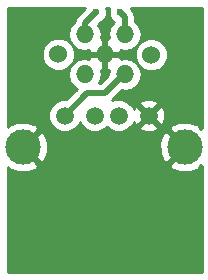
<source format=gbr>
G04 #@! TF.FileFunction,Copper,L2,Bot,Signal*
%FSLAX46Y46*%
G04 Gerber Fmt 4.6, Leading zero omitted, Abs format (unit mm)*
G04 Created by KiCad (PCBNEW 0.201508300901+6132~28~ubuntu15.04.1-product) date Thu 03 Sep 2015 23:07:28 CEST*
%MOMM*%
G01*
G04 APERTURE LIST*
%ADD10C,0.100000*%
%ADD11O,1.524000X1.524000*%
%ADD12C,1.524000*%
%ADD13C,1.501140*%
%ADD14C,2.999740*%
%ADD15C,0.600000*%
%ADD16C,0.500000*%
%ADD17C,0.254000*%
G04 APERTURE END LIST*
D10*
D11*
X150197000Y-98127000D03*
X153587000Y-98127000D03*
X150197000Y-101517000D03*
X151892000Y-99822000D03*
X153587000Y-101517000D03*
D12*
X147957000Y-99822000D03*
X155827000Y-99852000D03*
D13*
X155613960Y-105001480D03*
X153073960Y-105001480D03*
X151041960Y-105001480D03*
X148501960Y-105001480D03*
D14*
X158661960Y-107668480D03*
X144945960Y-107668480D03*
D15*
X151130000Y-96266000D03*
X153162000Y-96266000D03*
D16*
X150197000Y-97199000D02*
X150197000Y-98127000D01*
X151130000Y-96266000D02*
X150197000Y-97199000D01*
X153587000Y-96691000D02*
X153587000Y-98127000D01*
X153162000Y-96266000D02*
X153587000Y-96691000D01*
X153587000Y-101517000D02*
X153499000Y-101517000D01*
X153499000Y-101517000D02*
X151892000Y-103124000D01*
X151892000Y-103124000D02*
X150379440Y-103124000D01*
X150379440Y-103124000D02*
X148501960Y-105001480D01*
D17*
G36*
X149571210Y-96573210D02*
X149379367Y-96860325D01*
X149379367Y-96860326D01*
X149345681Y-97029672D01*
X149181803Y-97139172D01*
X148878971Y-97592391D01*
X148772631Y-98127000D01*
X148878971Y-98661609D01*
X149094366Y-98983970D01*
X148749370Y-98638371D01*
X148236100Y-98425243D01*
X147680339Y-98424758D01*
X147166697Y-98636990D01*
X146773371Y-99029630D01*
X146560243Y-99542900D01*
X146559758Y-100098661D01*
X146771990Y-100612303D01*
X147164630Y-101005629D01*
X147677900Y-101218757D01*
X148233661Y-101219242D01*
X148747303Y-101007010D01*
X149093319Y-100661598D01*
X148878971Y-100982391D01*
X148772631Y-101517000D01*
X148878971Y-102051609D01*
X149181803Y-102504828D01*
X149520633Y-102731228D01*
X148635834Y-103616026D01*
X148227562Y-103615670D01*
X147718123Y-103826166D01*
X147328016Y-104215593D01*
X147116631Y-104724664D01*
X147116150Y-105275878D01*
X147326646Y-105785317D01*
X147716073Y-106175424D01*
X148225144Y-106386809D01*
X148776358Y-106387290D01*
X149285797Y-106176794D01*
X149675904Y-105787367D01*
X149771935Y-105556099D01*
X149866646Y-105785317D01*
X150256073Y-106175424D01*
X150765144Y-106386809D01*
X151316358Y-106387290D01*
X151825797Y-106176794D01*
X152058023Y-105944973D01*
X152288073Y-106175424D01*
X152797144Y-106386809D01*
X153348358Y-106387290D01*
X153857797Y-106176794D01*
X154061536Y-105973410D01*
X154821635Y-105973410D01*
X154889695Y-106214411D01*
X155408994Y-106399247D01*
X155959498Y-106371285D01*
X156338225Y-106214411D01*
X156406285Y-105973410D01*
X155613960Y-105181085D01*
X154821635Y-105973410D01*
X154061536Y-105973410D01*
X154247904Y-105787367D01*
X154337339Y-105571984D01*
X154401029Y-105725745D01*
X154642030Y-105793805D01*
X155434355Y-105001480D01*
X155793565Y-105001480D01*
X156585890Y-105793805D01*
X156826891Y-105725745D01*
X157011727Y-105206446D01*
X156983765Y-104655942D01*
X156826891Y-104277215D01*
X156585890Y-104209155D01*
X155793565Y-105001480D01*
X155434355Y-105001480D01*
X154642030Y-104209155D01*
X154401029Y-104277215D01*
X154342191Y-104442520D01*
X154249274Y-104217643D01*
X154061509Y-104029550D01*
X154821635Y-104029550D01*
X155613960Y-104821875D01*
X156406285Y-104029550D01*
X156338225Y-103788549D01*
X155818926Y-103603713D01*
X155268422Y-103631675D01*
X154889695Y-103788549D01*
X154821635Y-104029550D01*
X154061509Y-104029550D01*
X153859847Y-103827536D01*
X153350776Y-103616151D01*
X152799562Y-103615670D01*
X152547943Y-103719637D01*
X153387766Y-102879814D01*
X153559631Y-102914000D01*
X153614369Y-102914000D01*
X154148978Y-102807660D01*
X154602197Y-102504828D01*
X154905029Y-102051609D01*
X155011369Y-101517000D01*
X154905029Y-100982391D01*
X154750258Y-100750760D01*
X155034630Y-101035629D01*
X155547900Y-101248757D01*
X156103661Y-101249242D01*
X156617303Y-101037010D01*
X157010629Y-100644370D01*
X157223757Y-100131100D01*
X157224242Y-99575339D01*
X157012010Y-99061697D01*
X156619370Y-98668371D01*
X156106100Y-98455243D01*
X155550339Y-98454758D01*
X155036697Y-98666990D01*
X154643371Y-99059630D01*
X154430243Y-99572900D01*
X154429758Y-100128661D01*
X154592594Y-100522756D01*
X154148978Y-100226340D01*
X153614369Y-100120000D01*
X153559631Y-100120000D01*
X153238424Y-100183892D01*
X153246220Y-100165070D01*
X153123720Y-99949000D01*
X152019000Y-99949000D01*
X152019000Y-101054476D01*
X152230883Y-101173871D01*
X152162631Y-101517000D01*
X152176698Y-101587722D01*
X151525420Y-102239000D01*
X151389818Y-102239000D01*
X151515029Y-102051609D01*
X151621369Y-101517000D01*
X151553117Y-101173871D01*
X151765000Y-101054476D01*
X151765000Y-99949000D01*
X150660280Y-99949000D01*
X150537780Y-100165070D01*
X150545576Y-100183892D01*
X150224369Y-100120000D01*
X150169631Y-100120000D01*
X149635022Y-100226340D01*
X149181803Y-100529172D01*
X149166490Y-100552089D01*
X149353757Y-100101100D01*
X149354242Y-99545339D01*
X149167537Y-99093478D01*
X149181803Y-99114828D01*
X149635022Y-99417660D01*
X150169631Y-99524000D01*
X150224369Y-99524000D01*
X150545576Y-99460108D01*
X150537780Y-99478930D01*
X150660280Y-99695000D01*
X151765000Y-99695000D01*
X151765000Y-98589524D01*
X151553117Y-98470129D01*
X151621369Y-98127000D01*
X151515029Y-97592391D01*
X151330842Y-97316737D01*
X151538835Y-97108745D01*
X151658943Y-97059117D01*
X151922192Y-96796327D01*
X152064838Y-96452799D01*
X152065162Y-96080833D01*
X152004905Y-95935000D01*
X152287040Y-95935000D01*
X152227162Y-96079201D01*
X152226838Y-96451167D01*
X152368883Y-96794943D01*
X152631673Y-97058192D01*
X152669494Y-97073897D01*
X152571803Y-97139172D01*
X152268971Y-97592391D01*
X152162631Y-98127000D01*
X152230883Y-98470129D01*
X152019000Y-98589524D01*
X152019000Y-99695000D01*
X153123720Y-99695000D01*
X153246220Y-99478930D01*
X153238424Y-99460108D01*
X153559631Y-99524000D01*
X153614369Y-99524000D01*
X154148978Y-99417660D01*
X154602197Y-99114828D01*
X154905029Y-98661609D01*
X155011369Y-98127000D01*
X154905029Y-97592391D01*
X154602197Y-97139172D01*
X154472000Y-97052177D01*
X154472000Y-96691005D01*
X154472001Y-96691000D01*
X154404633Y-96352326D01*
X154404633Y-96352325D01*
X154212790Y-96065210D01*
X154212787Y-96065208D01*
X154082579Y-95935000D01*
X160097000Y-95935000D01*
X160097000Y-106053832D01*
X159996231Y-106154601D01*
X159836465Y-105835848D01*
X159045743Y-105525885D01*
X158196594Y-105542113D01*
X157487455Y-105835848D01*
X157327688Y-106154603D01*
X158661960Y-107488875D01*
X158676103Y-107474733D01*
X158855708Y-107654338D01*
X158841565Y-107668480D01*
X158855708Y-107682623D01*
X158676103Y-107862228D01*
X158661960Y-107848085D01*
X157327688Y-109182357D01*
X157487455Y-109501112D01*
X158278177Y-109811075D01*
X159127326Y-109794847D01*
X159836465Y-109501112D01*
X159996231Y-109182359D01*
X160097000Y-109283128D01*
X160097000Y-118237000D01*
X143687000Y-118237000D01*
X143687000Y-109332614D01*
X143771455Y-109501112D01*
X144562177Y-109811075D01*
X145411326Y-109794847D01*
X146120465Y-109501112D01*
X146280232Y-109182357D01*
X144945960Y-107848085D01*
X144931818Y-107862228D01*
X144752213Y-107682623D01*
X144766355Y-107668480D01*
X145125565Y-107668480D01*
X146459837Y-109002752D01*
X146778592Y-108842985D01*
X147088555Y-108052263D01*
X147073887Y-107284697D01*
X156519365Y-107284697D01*
X156535593Y-108133846D01*
X156829328Y-108842985D01*
X157148083Y-109002752D01*
X158482355Y-107668480D01*
X157148083Y-106334208D01*
X156829328Y-106493975D01*
X156519365Y-107284697D01*
X147073887Y-107284697D01*
X147072327Y-107203114D01*
X146778592Y-106493975D01*
X146459837Y-106334208D01*
X145125565Y-107668480D01*
X144766355Y-107668480D01*
X144752213Y-107654338D01*
X144931818Y-107474733D01*
X144945960Y-107488875D01*
X146280232Y-106154603D01*
X146120465Y-105835848D01*
X145329743Y-105525885D01*
X144480594Y-105542113D01*
X143771455Y-105835848D01*
X143687000Y-106004346D01*
X143687000Y-95935000D01*
X150209421Y-95935000D01*
X149571210Y-96573210D01*
X149571210Y-96573210D01*
G37*
X149571210Y-96573210D02*
X149379367Y-96860325D01*
X149379367Y-96860326D01*
X149345681Y-97029672D01*
X149181803Y-97139172D01*
X148878971Y-97592391D01*
X148772631Y-98127000D01*
X148878971Y-98661609D01*
X149094366Y-98983970D01*
X148749370Y-98638371D01*
X148236100Y-98425243D01*
X147680339Y-98424758D01*
X147166697Y-98636990D01*
X146773371Y-99029630D01*
X146560243Y-99542900D01*
X146559758Y-100098661D01*
X146771990Y-100612303D01*
X147164630Y-101005629D01*
X147677900Y-101218757D01*
X148233661Y-101219242D01*
X148747303Y-101007010D01*
X149093319Y-100661598D01*
X148878971Y-100982391D01*
X148772631Y-101517000D01*
X148878971Y-102051609D01*
X149181803Y-102504828D01*
X149520633Y-102731228D01*
X148635834Y-103616026D01*
X148227562Y-103615670D01*
X147718123Y-103826166D01*
X147328016Y-104215593D01*
X147116631Y-104724664D01*
X147116150Y-105275878D01*
X147326646Y-105785317D01*
X147716073Y-106175424D01*
X148225144Y-106386809D01*
X148776358Y-106387290D01*
X149285797Y-106176794D01*
X149675904Y-105787367D01*
X149771935Y-105556099D01*
X149866646Y-105785317D01*
X150256073Y-106175424D01*
X150765144Y-106386809D01*
X151316358Y-106387290D01*
X151825797Y-106176794D01*
X152058023Y-105944973D01*
X152288073Y-106175424D01*
X152797144Y-106386809D01*
X153348358Y-106387290D01*
X153857797Y-106176794D01*
X154061536Y-105973410D01*
X154821635Y-105973410D01*
X154889695Y-106214411D01*
X155408994Y-106399247D01*
X155959498Y-106371285D01*
X156338225Y-106214411D01*
X156406285Y-105973410D01*
X155613960Y-105181085D01*
X154821635Y-105973410D01*
X154061536Y-105973410D01*
X154247904Y-105787367D01*
X154337339Y-105571984D01*
X154401029Y-105725745D01*
X154642030Y-105793805D01*
X155434355Y-105001480D01*
X155793565Y-105001480D01*
X156585890Y-105793805D01*
X156826891Y-105725745D01*
X157011727Y-105206446D01*
X156983765Y-104655942D01*
X156826891Y-104277215D01*
X156585890Y-104209155D01*
X155793565Y-105001480D01*
X155434355Y-105001480D01*
X154642030Y-104209155D01*
X154401029Y-104277215D01*
X154342191Y-104442520D01*
X154249274Y-104217643D01*
X154061509Y-104029550D01*
X154821635Y-104029550D01*
X155613960Y-104821875D01*
X156406285Y-104029550D01*
X156338225Y-103788549D01*
X155818926Y-103603713D01*
X155268422Y-103631675D01*
X154889695Y-103788549D01*
X154821635Y-104029550D01*
X154061509Y-104029550D01*
X153859847Y-103827536D01*
X153350776Y-103616151D01*
X152799562Y-103615670D01*
X152547943Y-103719637D01*
X153387766Y-102879814D01*
X153559631Y-102914000D01*
X153614369Y-102914000D01*
X154148978Y-102807660D01*
X154602197Y-102504828D01*
X154905029Y-102051609D01*
X155011369Y-101517000D01*
X154905029Y-100982391D01*
X154750258Y-100750760D01*
X155034630Y-101035629D01*
X155547900Y-101248757D01*
X156103661Y-101249242D01*
X156617303Y-101037010D01*
X157010629Y-100644370D01*
X157223757Y-100131100D01*
X157224242Y-99575339D01*
X157012010Y-99061697D01*
X156619370Y-98668371D01*
X156106100Y-98455243D01*
X155550339Y-98454758D01*
X155036697Y-98666990D01*
X154643371Y-99059630D01*
X154430243Y-99572900D01*
X154429758Y-100128661D01*
X154592594Y-100522756D01*
X154148978Y-100226340D01*
X153614369Y-100120000D01*
X153559631Y-100120000D01*
X153238424Y-100183892D01*
X153246220Y-100165070D01*
X153123720Y-99949000D01*
X152019000Y-99949000D01*
X152019000Y-101054476D01*
X152230883Y-101173871D01*
X152162631Y-101517000D01*
X152176698Y-101587722D01*
X151525420Y-102239000D01*
X151389818Y-102239000D01*
X151515029Y-102051609D01*
X151621369Y-101517000D01*
X151553117Y-101173871D01*
X151765000Y-101054476D01*
X151765000Y-99949000D01*
X150660280Y-99949000D01*
X150537780Y-100165070D01*
X150545576Y-100183892D01*
X150224369Y-100120000D01*
X150169631Y-100120000D01*
X149635022Y-100226340D01*
X149181803Y-100529172D01*
X149166490Y-100552089D01*
X149353757Y-100101100D01*
X149354242Y-99545339D01*
X149167537Y-99093478D01*
X149181803Y-99114828D01*
X149635022Y-99417660D01*
X150169631Y-99524000D01*
X150224369Y-99524000D01*
X150545576Y-99460108D01*
X150537780Y-99478930D01*
X150660280Y-99695000D01*
X151765000Y-99695000D01*
X151765000Y-98589524D01*
X151553117Y-98470129D01*
X151621369Y-98127000D01*
X151515029Y-97592391D01*
X151330842Y-97316737D01*
X151538835Y-97108745D01*
X151658943Y-97059117D01*
X151922192Y-96796327D01*
X152064838Y-96452799D01*
X152065162Y-96080833D01*
X152004905Y-95935000D01*
X152287040Y-95935000D01*
X152227162Y-96079201D01*
X152226838Y-96451167D01*
X152368883Y-96794943D01*
X152631673Y-97058192D01*
X152669494Y-97073897D01*
X152571803Y-97139172D01*
X152268971Y-97592391D01*
X152162631Y-98127000D01*
X152230883Y-98470129D01*
X152019000Y-98589524D01*
X152019000Y-99695000D01*
X153123720Y-99695000D01*
X153246220Y-99478930D01*
X153238424Y-99460108D01*
X153559631Y-99524000D01*
X153614369Y-99524000D01*
X154148978Y-99417660D01*
X154602197Y-99114828D01*
X154905029Y-98661609D01*
X155011369Y-98127000D01*
X154905029Y-97592391D01*
X154602197Y-97139172D01*
X154472000Y-97052177D01*
X154472000Y-96691005D01*
X154472001Y-96691000D01*
X154404633Y-96352326D01*
X154404633Y-96352325D01*
X154212790Y-96065210D01*
X154212787Y-96065208D01*
X154082579Y-95935000D01*
X160097000Y-95935000D01*
X160097000Y-106053832D01*
X159996231Y-106154601D01*
X159836465Y-105835848D01*
X159045743Y-105525885D01*
X158196594Y-105542113D01*
X157487455Y-105835848D01*
X157327688Y-106154603D01*
X158661960Y-107488875D01*
X158676103Y-107474733D01*
X158855708Y-107654338D01*
X158841565Y-107668480D01*
X158855708Y-107682623D01*
X158676103Y-107862228D01*
X158661960Y-107848085D01*
X157327688Y-109182357D01*
X157487455Y-109501112D01*
X158278177Y-109811075D01*
X159127326Y-109794847D01*
X159836465Y-109501112D01*
X159996231Y-109182359D01*
X160097000Y-109283128D01*
X160097000Y-118237000D01*
X143687000Y-118237000D01*
X143687000Y-109332614D01*
X143771455Y-109501112D01*
X144562177Y-109811075D01*
X145411326Y-109794847D01*
X146120465Y-109501112D01*
X146280232Y-109182357D01*
X144945960Y-107848085D01*
X144931818Y-107862228D01*
X144752213Y-107682623D01*
X144766355Y-107668480D01*
X145125565Y-107668480D01*
X146459837Y-109002752D01*
X146778592Y-108842985D01*
X147088555Y-108052263D01*
X147073887Y-107284697D01*
X156519365Y-107284697D01*
X156535593Y-108133846D01*
X156829328Y-108842985D01*
X157148083Y-109002752D01*
X158482355Y-107668480D01*
X157148083Y-106334208D01*
X156829328Y-106493975D01*
X156519365Y-107284697D01*
X147073887Y-107284697D01*
X147072327Y-107203114D01*
X146778592Y-106493975D01*
X146459837Y-106334208D01*
X145125565Y-107668480D01*
X144766355Y-107668480D01*
X144752213Y-107654338D01*
X144931818Y-107474733D01*
X144945960Y-107488875D01*
X146280232Y-106154603D01*
X146120465Y-105835848D01*
X145329743Y-105525885D01*
X144480594Y-105542113D01*
X143771455Y-105835848D01*
X143687000Y-106004346D01*
X143687000Y-95935000D01*
X150209421Y-95935000D01*
X149571210Y-96573210D01*
M02*

</source>
